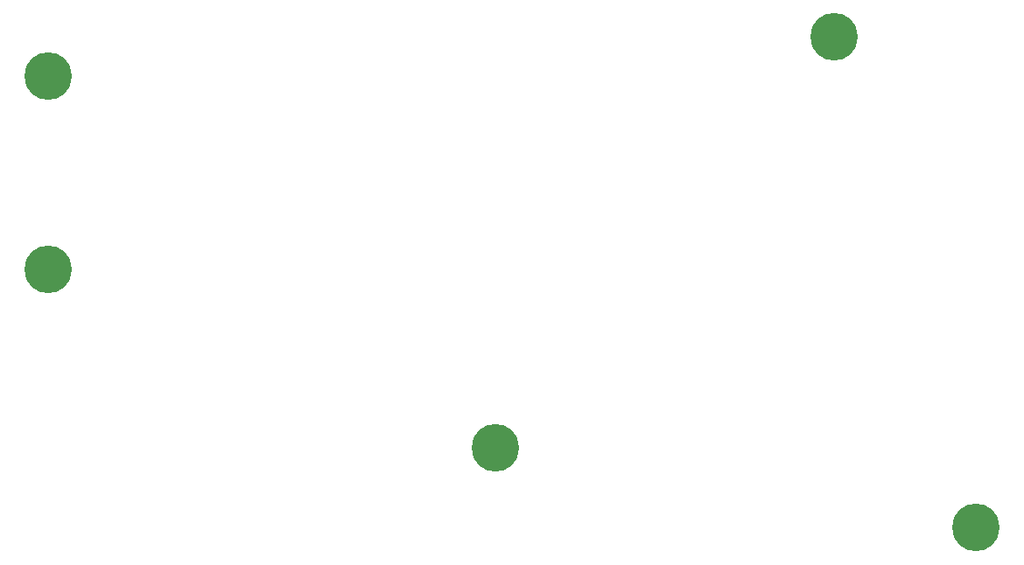
<source format=gts>
G04 #@! TF.GenerationSoftware,KiCad,Pcbnew,8.0.3*
G04 #@! TF.CreationDate,2024-06-14T21:31:16-03:00*
G04 #@! TF.ProjectId,corne-top-plate,636f726e-652d-4746-9f70-2d706c617465,2.1*
G04 #@! TF.SameCoordinates,Original*
G04 #@! TF.FileFunction,Soldermask,Top*
G04 #@! TF.FilePolarity,Negative*
%FSLAX46Y46*%
G04 Gerber Fmt 4.6, Leading zero omitted, Abs format (unit mm)*
G04 Created by KiCad (PCBNEW 8.0.3) date 2024-06-14 21:31:16*
%MOMM*%
%LPD*%
G01*
G04 APERTURE LIST*
%ADD10C,4.600000*%
G04 APERTURE END LIST*
D10*
X79500000Y-86750000D03*
X79500000Y-105500000D03*
X155500000Y-83000000D03*
X122750000Y-122750000D03*
X169250000Y-130500000D03*
M02*

</source>
